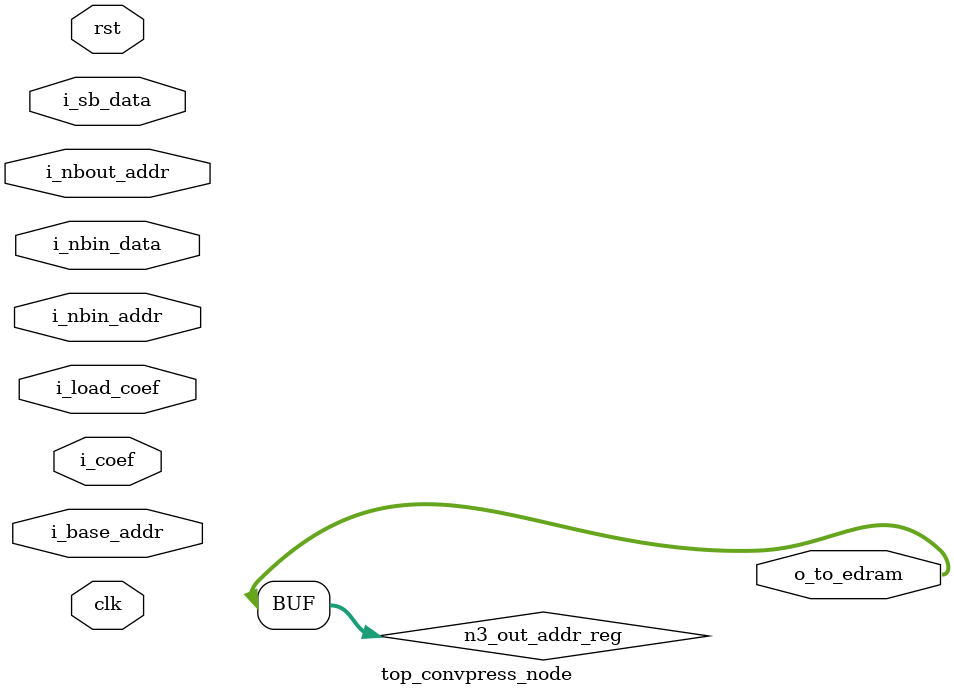
<source format=v>



module top_convpress_node (
        clk,
        rst,
        i_nbin_data,
        i_sb_data,
        i_nbin_addr,
        i_nbout_addr,
        i_coef,
        i_load_coef,
        i_base_addr,
        o_to_edram        
    );

    //------- Parameters
    parameter N  = 16;
    parameter Tn = 16;
    parameter ADDR_SIZE = 4;

    //------- Inputs
    input           clk;
    input           rst;

    input [Tn*N-1:0]        i_nbin_data;
    input [Tn*Tn*N-1:0]     i_sb_data;
    input [ADDR_SIZE-1:0]   i_nbin_addr;
    input [ADDR_SIZE-1:0]   i_nbout_addr;
    input [2*N-1:0]         i_coef;
    input                   i_load_coef;
    input [N-1:0]           i_base_addr;
    
    //------- Outputs
    output [Tn*N-1:0]       o_to_edram;


    //------- Internal signals
    wire [Tn*N-1:0]         nbin_out;
    wire [Tn*Tn*N-1:0]      sb_out;
    wire [Tn*Tn*N-1:0]      nbout_out;
    wire [Tn*Tn*N-1:0]      n0_out;
    wire [Tn*N-1:0]         n1_out;
    wire [Tn*N-1:0]         n2_out;

    //FIXME: Size
    wire [Tn*N-1:0]         n3_addr_out;
    wire [Tn*N-1:0]         n3_offset_out;
    reg  [Tn*N-1:0]         n3_addr_out_reg;
    reg  [Tn*N-1:0]         n3_offset_out_reg;

    //------- Pipeline Regs
    reg [Tn*N-1:0]          n1_out_reg;
    reg [Tn*N-1:0]          n2_out_reg;
    reg [Tn*N-1:0]          n3_out_addr_reg;
    reg [Tn*N-1:0]          n3_out_offset_reg;

    assign o_to_edram  = n3_out_addr_reg;


    //------- Sequential logic
    always @(posedge clk) begin
        n1_out_reg          <= n1_out;
        n2_out_reg          <= n2_out;
        n3_addr_out_reg     <= n3_addr_out;
        n3_offset_out_reg   <= n3_offset_out;
    end

    //------- M0: NBin SRAM
    m0 #(.N(N), .Tn(Tn), .ADDR_SIZE(ADDR_SIZE)) M0 (
        clk,
        i_nbin_data,
        i_sb_data,
        i_nbin_addr,
        nbin_out,
        sb_out
    );

    //------- M1: NBout SRAM
    m1 #(.N(N), .Tn(Tn), .ADDR_SIZE(ADDR_SIZE)) M1 (
        clk,
        n0_out,
        i_nbout_addr,
        nbout_out
    );

    //------ N0: Multiplier and accumulator
    n0_cluster #(.N(N), .Tn(Tn)) N0 (
        nbin_out,
        sb_out,
        nbout_out,
        n0_out    
    );

    //------ N1: Adder trees
    n1_cluster #(.N(N), .Tn(Tn)) N1 (
        clk, 
        nbout_out,
        n1_out
    );

    //------ N2: Sigmoid op
    n2_cluster #(.N(N), .Tn(Tn)) N2 (
        clk,
        n1_out_reg,
        i_coef,
        i_load_coef,
        n2_out
    );

    //------ N3: Compressor
    n3_cluster #(.N(N), .Tn(Tn)) N3 (
        clk,
        rst,
        n2_out_reg,
        i_base_addr,
        n3_addr_out,
        n3_offset_out
    );
    




endmodule

</source>
